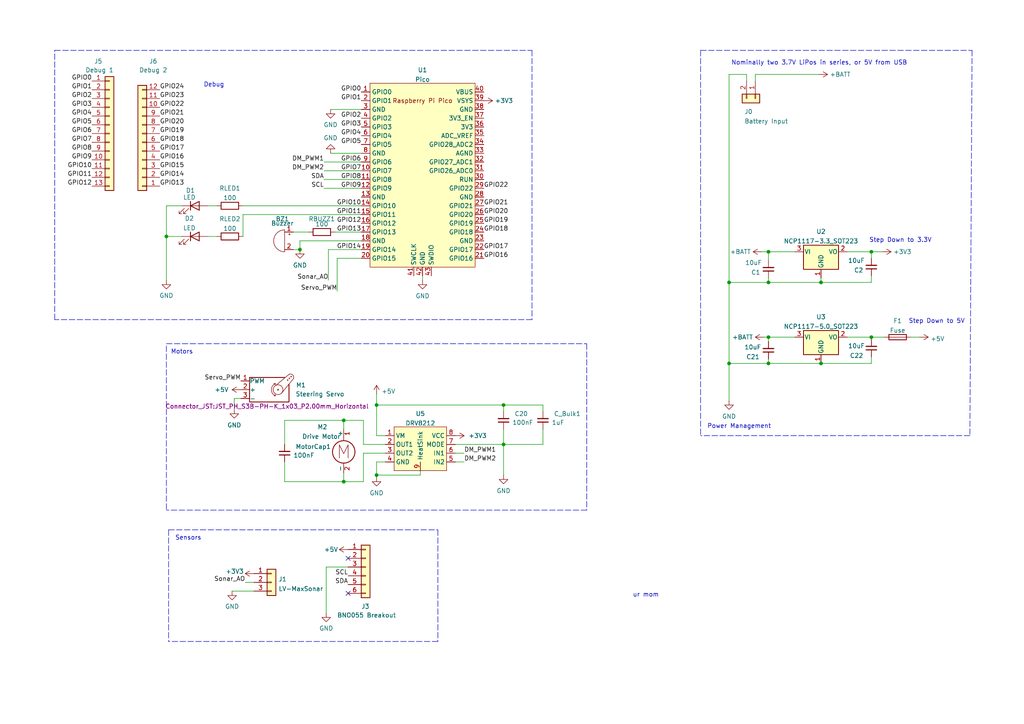
<source format=kicad_sch>
(kicad_sch (version 20211123) (generator eeschema)
  (paper "A4")
  (lib_symbols
    (symbol "Connector_Generic:Conn_01x02" (pin_names (offset 1.016) hide)
      (property "Reference" "J" (at 0 2.54 0))
      (property "Value" "Conn_01x02" (at 0 -5.08 0))
      (symbol "Conn_01x02_1_1"
        (rectangle (start -1.27 -2.413) (end 0 -2.667) (stroke (width 0.1524)))
        (rectangle (start -1.27 0.127) (end 0 -0.127) (stroke (width 0.1524)))
        (rectangle (start -1.27 1.27) (end 1.27 -3.81) (stroke (width 0.254)) (fill (type background)))
        (pin passive line (at -5.08 0 0) (length 3.81) (name "Pin_1") (number "1"))
        (pin passive line (at -5.08 -2.54 0) (length 3.81) (name "Pin_2") (number "2"))
      )
    )
    (symbol "Connector_Generic:Conn_01x03" (pin_names (offset 1.016) hide)
      (property "Reference" "J" (at 0 5.08 0))
      (property "Value" "Conn_01x03" (at 0 -5.08 0))
      (symbol "Conn_01x03_1_1"
        (rectangle (start -1.27 -2.413) (end 0 -2.667) (stroke (width 0.1524)))
        (rectangle (start -1.27 0.127) (end 0 -0.127) (stroke (width 0.1524)))
        (rectangle (start -1.27 2.667) (end 0 2.413) (stroke (width 0.1524)))
        (rectangle (start -1.27 3.81) (end 1.27 -3.81) (stroke (width 0.254)) (fill (type background)))
        (pin passive line (at -5.08 2.54 0) (length 3.81) (name "Pin_1") (number "1"))
        (pin passive line (at -5.08 0 0) (length 3.81) (name "Pin_2") (number "2"))
        (pin passive line (at -5.08 -2.54 0) (length 3.81) (name "Pin_3") (number "3"))
      )
    )
    (symbol "Connector_Generic:Conn_01x06" (pin_names (offset 1.016) hide)
      (property "Reference" "J" (at 0 7.62 0))
      (property "Value" "Conn_01x06" (at 0 -10.16 0))
      (symbol "Conn_01x06_1_1"
        (rectangle (start -1.27 -7.493) (end 0 -7.747) (stroke (width 0.1524)))
        (rectangle (start -1.27 -4.953) (end 0 -5.207) (stroke (width 0.1524)))
        (rectangle (start -1.27 -2.413) (end 0 -2.667) (stroke (width 0.1524)))
        (rectangle (start -1.27 0.127) (end 0 -0.127) (stroke (width 0.1524)))
        (rectangle (start -1.27 2.667) (end 0 2.413) (stroke (width 0.1524)))
        (rectangle (start -1.27 5.207) (end 0 4.953) (stroke (width 0.1524)))
        (rectangle (start -1.27 6.35) (end 1.27 -8.89) (stroke (width 0.254)) (fill (type background)))
        (pin passive line (at -5.08 5.08 0) (length 3.81) (name "Pin_1") (number "1"))
        (pin passive line (at -5.08 2.54 0) (length 3.81) (name "Pin_2") (number "2"))
        (pin passive line (at -5.08 0 0) (length 3.81) (name "Pin_3") (number "3"))
        (pin passive line (at -5.08 -2.54 0) (length 3.81) (name "Pin_4") (number "4"))
        (pin passive line (at -5.08 -5.08 0) (length 3.81) (name "Pin_5") (number "5"))
        (pin passive line (at -5.08 -7.62 0) (length 3.81) (name "Pin_6") (number "6"))
      )
    )
    (symbol "Connector_Generic:Conn_01x12" (pin_names (offset 1.016) hide)
      (property "Reference" "J" (at 0 15.24 0))
      (property "Value" "Conn_01x12" (at 0 -17.78 0))
      (symbol "Conn_01x12_1_1"
        (rectangle (start -1.27 -15.113) (end 0 -15.367) (stroke (width 0.1524)))
        (rectangle (start -1.27 -12.573) (end 0 -12.827) (stroke (width 0.1524)))
        (rectangle (start -1.27 -10.033) (end 0 -10.287) (stroke (width 0.1524)))
        (rectangle (start -1.27 -7.493) (end 0 -7.747) (stroke (width 0.1524)))
        (rectangle (start -1.27 -4.953) (end 0 -5.207) (stroke (width 0.1524)))
        (rectangle (start -1.27 -2.413) (end 0 -2.667) (stroke (width 0.1524)))
        (rectangle (start -1.27 0.127) (end 0 -0.127) (stroke (width 0.1524)))
        (rectangle (start -1.27 2.667) (end 0 2.413) (stroke (width 0.1524)))
        (rectangle (start -1.27 5.207) (end 0 4.953) (stroke (width 0.1524)))
        (rectangle (start -1.27 7.747) (end 0 7.493) (stroke (width 0.1524)))
        (rectangle (start -1.27 10.287) (end 0 10.033) (stroke (width 0.1524)))
        (rectangle (start -1.27 12.827) (end 0 12.573) (stroke (width 0.1524)))
        (rectangle (start -1.27 13.97) (end 1.27 -16.51) (stroke (width 0.254)) (fill (type background)))
        (pin passive line (at -5.08 12.7 0) (length 3.81) (name "Pin_1") (number "1"))
        (pin passive line (at -5.08 -10.16 0) (length 3.81) (name "Pin_10") (number "10"))
        (pin passive line (at -5.08 -12.7 0) (length 3.81) (name "Pin_11") (number "11"))
        (pin passive line (at -5.08 -15.24 0) (length 3.81) (name "Pin_12") (number "12"))
        (pin passive line (at -5.08 10.16 0) (length 3.81) (name "Pin_2") (number "2"))
        (pin passive line (at -5.08 7.62 0) (length 3.81) (name "Pin_3") (number "3"))
        (pin passive line (at -5.08 5.08 0) (length 3.81) (name "Pin_4") (number "4"))
        (pin passive line (at -5.08 2.54 0) (length 3.81) (name "Pin_5") (number "5"))
        (pin passive line (at -5.08 0 0) (length 3.81) (name "Pin_6") (number "6"))
        (pin passive line (at -5.08 -2.54 0) (length 3.81) (name "Pin_7") (number "7"))
        (pin passive line (at -5.08 -5.08 0) (length 3.81) (name "Pin_8") (number "8"))
        (pin passive line (at -5.08 -7.62 0) (length 3.81) (name "Pin_9") (number "9"))
      )
    )
    (symbol "Connector_Generic:Conn_01x13" (pin_names (offset 1.016) hide)
      (property "Reference" "J" (at 0 17.78 0))
      (property "Value" "Conn_01x13" (at 0 -17.78 0))
      (symbol "Conn_01x13_1_1"
        (rectangle (start -1.27 -15.113) (end 0 -15.367) (stroke (width 0.1524)))
        (rectangle (start -1.27 -12.573) (end 0 -12.827) (stroke (width 0.1524)))
        (rectangle (start -1.27 -10.033) (end 0 -10.287) (stroke (width 0.1524)))
        (rectangle (start -1.27 -7.493) (end 0 -7.747) (stroke (width 0.1524)))
        (rectangle (start -1.27 -4.953) (end 0 -5.207) (stroke (width 0.1524)))
        (rectangle (start -1.27 -2.413) (end 0 -2.667) (stroke (width 0.1524)))
        (rectangle (start -1.27 0.127) (end 0 -0.127) (stroke (width 0.1524)))
        (rectangle (start -1.27 2.667) (end 0 2.413) (stroke (width 0.1524)))
        (rectangle (start -1.27 5.207) (end 0 4.953) (stroke (width 0.1524)))
        (rectangle (start -1.27 7.747) (end 0 7.493) (stroke (width 0.1524)))
        (rectangle (start -1.27 10.287) (end 0 10.033) (stroke (width 0.1524)))
        (rectangle (start -1.27 12.827) (end 0 12.573) (stroke (width 0.1524)))
        (rectangle (start -1.27 15.367) (end 0 15.113) (stroke (width 0.1524)))
        (rectangle (start -1.27 16.51) (end 1.27 -16.51) (stroke (width 0.254)) (fill (type background)))
        (pin passive line (at -5.08 15.24 0) (length 3.81) (name "Pin_1") (number "1"))
        (pin passive line (at -5.08 -7.62 0) (length 3.81) (name "Pin_10") (number "10"))
        (pin passive line (at -5.08 -10.16 0) (length 3.81) (name "Pin_11") (number "11"))
        (pin passive line (at -5.08 -12.7 0) (length 3.81) (name "Pin_12") (number "12"))
        (pin passive line (at -5.08 -15.24 0) (length 3.81) (name "Pin_13") (number "13"))
        (pin passive line (at -5.08 12.7 0) (length 3.81) (name "Pin_2") (number "2"))
        (pin passive line (at -5.08 10.16 0) (length 3.81) (name "Pin_3") (number "3"))
        (pin passive line (at -5.08 7.62 0) (length 3.81) (name "Pin_4") (number "4"))
        (pin passive line (at -5.08 5.08 0) (length 3.81) (name "Pin_5") (number "5"))
        (pin passive line (at -5.08 2.54 0) (length 3.81) (name "Pin_6") (number "6"))
        (pin passive line (at -5.08 0 0) (length 3.81) (name "Pin_7") (number "7"))
        (pin passive line (at -5.08 -2.54 0) (length 3.81) (name "Pin_8") (number "8"))
        (pin passive line (at -5.08 -5.08 0) (length 3.81) (name "Pin_9") (number "9"))
      )
    )
    (symbol "Device:Buzzer" (pin_names (offset 0.0254) hide)
      (property "Reference" "BZ" (at 3.81 1.27 0))
      (property "Value" "Buzzer" (at 3.81 -1.27 0))
      (symbol "Buzzer_0_1"
        (arc (start 0 -3.175) (mid 3.175 0) (end 0 3.175))
        (polyline (pts (xy -1.651 1.905) (xy -1.143 1.905)))
        (polyline (pts (xy -1.397 2.159) (xy -1.397 1.651)))
        (polyline (pts (xy 0 3.175) (xy 0 -3.175)))
      )
      (symbol "Buzzer_1_1"
        (pin passive line (at -2.54 2.54 0) (length 2.54) (name "-") (number "1"))
        (pin passive line (at -2.54 -2.54 0) (length 2.54) (name "+") (number "2"))
      )
    )
    (symbol "Device:C_Small" (pin_numbers hide) (pin_names (offset 0.254) hide)
      (property "Reference" "C" (at 0.254 1.778 0))
      (property "Value" "C_Small" (at 0.254 -2.032 0))
      (symbol "C_Small_0_1"
        (polyline (pts (xy -1.524 -0.508) (xy 1.524 -0.508)) (stroke (width 0.3302)))
        (polyline (pts (xy -1.524 0.508) (xy 1.524 0.508)) (stroke (width 0.3048)))
      )
      (symbol "C_Small_1_1"
        (pin passive line (at 0 2.54 270) (length 2.032) (name "~") (number "1"))
        (pin passive line (at 0 -2.54 90) (length 2.032) (name "~") (number "2"))
      )
    )
    (symbol "Device:Fuse" (pin_numbers hide) (pin_names (offset 0))
      (property "Reference" "F" (at 2.032 0 90))
      (property "Value" "Fuse" (at -1.905 0 90))
      (symbol "Fuse_0_1"
        (rectangle (start -0.762 -2.54) (end 0.762 2.54) (stroke (width 0.254)))
        (polyline (pts (xy 0 2.54) (xy 0 -2.54)))
      )
      (symbol "Fuse_1_1"
        (pin passive line (at 0 3.81 270) (length 1.27) (name "~") (number "1"))
        (pin passive line (at 0 -3.81 90) (length 1.27) (name "~") (number "2"))
      )
    )
    (symbol "Device:LED" (pin_numbers hide) (pin_names (offset 1.016) hide)
      (property "Reference" "D" (at 0 2.54 0))
      (property "Value" "LED" (at 0 -2.54 0))
      (symbol "LED_0_1"
        (polyline (pts (xy -1.27 -1.27) (xy -1.27 1.27)) (stroke (width 0.254)))
        (polyline (pts (xy -1.27 0) (xy 1.27 0)))
        (polyline (pts (xy 1.27 -1.27) (xy 1.27 1.27) (xy -1.27 0) (xy 1.27 -1.27)) (stroke (width 0.254)))
        (polyline (pts (xy -3.048 -0.762) (xy -4.572 -2.286) (xy -3.81 -2.286) (xy -4.572 -2.286) (xy -4.572 -1.524)))
        (polyline (pts (xy -1.778 -0.762) (xy -3.302 -2.286) (xy -2.54 -2.286) (xy -3.302 -2.286) (xy -3.302 -1.524)))
      )
      (symbol "LED_1_1"
        (pin passive line (at -3.81 0 0) (length 2.54) (name "K") (number "1"))
        (pin passive line (at 3.81 0 180) (length 2.54) (name "A") (number "2"))
      )
    )
    (symbol "Device:R" (pin_numbers hide) (pin_names (offset 0))
      (property "Reference" "R" (at 2.032 0 90))
      (property "Value" "R" (at 0 0 90))
      (symbol "R_0_1"
        (rectangle (start -1.016 -2.54) (end 1.016 2.54) (stroke (width 0.254)))
      )
      (symbol "R_1_1"
        (pin passive line (at 0 3.81 270) (length 1.27) (name "~") (number "1"))
        (pin passive line (at 0 -3.81 90) (length 1.27) (name "~") (number "2"))
      )
    )
    (symbol "Driver_Motor:DRV8212"
      (property "Reference" "U5" (at 0 12.7295 0))
      (property "Value" "DRV8212" (at 0 9.9544 0))
      (symbol "DRV8212_0_1"
        (rectangle (start -7.62 8.89) (end 7.62 -3.81) (fill (type background)))
      )
      (symbol "DRV8212_1_1"
        (pin input line (at -10.16 6.35 0) (length 2.54) (name "VM") (number "1"))
        (pin output line (at -10.16 3.81 0) (length 2.54) (name "OUT1") (number "2"))
        (pin output line (at -10.16 1.27 0) (length 2.54) (name "OUT2") (number "3"))
        (pin input line (at -10.16 -1.27 0) (length 2.54) (name "GND") (number "4"))
        (pin input line (at 10.16 -1.27 180) (length 2.54) (name "IN2") (number "5"))
        (pin input line (at 10.16 1.27 180) (length 2.54) (name "IN1") (number "6"))
        (pin input line (at 10.16 3.81 180) (length 2.54) (name "MODE") (number "7"))
        (pin input line (at 10.16 6.35 180) (length 2.54) (name "VCC") (number "8"))
        (pin passive line (at 0 -3.81 90) (length 2.54) (name "HeatSink") (number "9"))
      )
    )
    (symbol "MCU_RaspberryPi_and_Boards:Pico"
      (property "Reference" "U" (at -13.97 27.94 0))
      (property "Value" "Pico" (at 0 19.05 0))
      (symbol "Pico_0_0"
        (text "Raspberry Pi Pico" (at 0 21.59 0) (effects (font (size 1.27 1.27))))
      )
      (symbol "Pico_0_1"
        (rectangle (start -15.24 26.67) (end 15.24 -26.67) (fill (type background)))
      )
      (symbol "Pico_1_1"
        (pin bidirectional line (at -17.78 24.13 0) (length 2.54) (name "GPIO0") (number "1"))
        (pin bidirectional line (at -17.78 1.27 0) (length 2.54) (name "GPIO7") (number "10"))
        (pin bidirectional line (at -17.78 -1.27 0) (length 2.54) (name "GPIO8") (number "11"))
        (pin bidirectional line (at -17.78 -3.81 0) (length 2.54) (name "GPIO9") (number "12"))
        (pin power_in line (at -17.78 -6.35 0) (length 2.54) (name "GND") (number "13"))
        (pin bidirectional line (at -17.78 -8.89 0) (length 2.54) (name "GPIO10") (number "14"))
        (pin bidirectional line (at -17.78 -11.43 0) (length 2.54) (name "GPIO11") (number "15"))
        (pin bidirectional line (at -17.78 -13.97 0) (length 2.54) (name "GPIO12") (number "16"))
        (pin bidirectional line (at -17.78 -16.51 0) (length 2.54) (name "GPIO13") (number "17"))
        (pin power_in line (at -17.78 -19.05 0) (length 2.54) (name "GND") (number "18"))
        (pin bidirectional line (at -17.78 -21.59 0) (length 2.54) (name "GPIO14") (number "19"))
        (pin bidirectional line (at -17.78 21.59 0) (length 2.54) (name "GPIO1") (number "2"))
        (pin bidirectional line (at -17.78 -24.13 0) (length 2.54) (name "GPIO15") (number "20"))
        (pin bidirectional line (at 17.78 -24.13 180) (length 2.54) (name "GPIO16") (number "21"))
        (pin bidirectional line (at 17.78 -21.59 180) (length 2.54) (name "GPIO17") (number "22"))
        (pin power_in line (at 17.78 -19.05 180) (length 2.54) (name "GND") (number "23"))
        (pin bidirectional line (at 17.78 -16.51 180) (length 2.54) (name "GPIO18") (number "24"))
        (pin bidirectional line (at 17.78 -13.97 180) (length 2.54) (name "GPIO19") (number "25"))
        (pin bidirectional line (at 17.78 -11.43 180) (length 2.54) (name "GPIO20") (number "26"))
        (pin bidirectional line (at 17.78 -8.89 180) (length 2.54) (name "GPIO21") (number "27"))
        (pin power_in line (at 17.78 -6.35 180) (length 2.54) (name "GND") (number "28"))
        (pin bidirectional line (at 17.78 -3.81 180) (length 2.54) (name "GPIO22") (number "29"))
        (pin power_in line (at -17.78 19.05 0) (length 2.54) (name "GND") (number "3"))
        (pin input line (at 17.78 -1.27 180) (length 2.54) (name "RUN") (number "30"))
        (pin bidirectional line (at 17.78 1.27 180) (length 2.54) (name "GPIO26_ADC0") (number "31"))
        (pin bidirectional line (at 17.78 3.81 180) (length 2.54) (name "GPIO27_ADC1") (number "32"))
        (pin power_in line (at 17.78 6.35 180) (length 2.54) (name "AGND") (number "33"))
        (pin bidirectional line (at 17.78 8.89 180) (length 2.54) (name "GPIO28_ADC2") (number "34"))
        (pin power_in line (at 17.78 11.43 180) (length 2.54) (name "ADC_VREF") (number "35"))
        (pin power_in line (at 17.78 13.97 180) (length 2.54) (name "3V3") (number "36"))
        (pin input line (at 17.78 16.51 180) (length 2.54) (name "3V3_EN") (number "37"))
        (pin bidirectional line (at 17.78 19.05 180) (length 2.54) (name "GND") (number "38"))
        (pin power_in line (at 17.78 21.59 180) (length 2.54) (name "VSYS") (number "39"))
        (pin bidirectional line (at -17.78 16.51 0) (length 2.54) (name "GPIO2") (number "4"))
        (pin power_in line (at 17.78 24.13 180) (length 2.54) (name "VBUS") (number "40"))
        (pin input line (at -2.54 -29.21 90) (length 2.54) (name "SWCLK") (number "41"))
        (pin power_in line (at 0 -29.21 90) (length 2.54) (name "GND") (number "42"))
        (pin bidirectional line (at 2.54 -29.21 90) (length 2.54) (name "SWDIO") (number "43"))
        (pin bidirectional line (at -17.78 13.97 0) (length 2.54) (name "GPIO3") (number "5"))
        (pin bidirectional line (at -17.78 11.43 0) (length 2.54) (name "GPIO4") (number "6"))
        (pin bidirectional line (at -17.78 8.89 0) (length 2.54) (name "GPIO5") (number "7"))
        (pin power_in line (at -17.78 6.35 0) (length 2.54) (name "GND") (number "8"))
        (pin bidirectional line (at -17.78 3.81 0) (length 2.54) (name "GPIO6") (number "9"))
      )
    )
    (symbol "Motor:Motor_DC" (pin_names (offset 0))
      (property "Reference" "M" (at 2.54 2.54 0))
      (property "Value" "Motor_DC" (at 2.54 -5.08 0))
      (symbol "Motor_DC_0_0"
        (polyline (pts (xy -1.27 -3.302) (xy -1.27 0.508) (xy 0 -2.032) (xy 1.27 0.508) (xy 1.27 -3.302)))
      )
      (symbol "Motor_DC_0_1"
        (circle (center 0 -1.524) (radius 3.2512) (stroke (width 0.254)))
        (polyline (pts (xy 0 -7.62) (xy 0 -7.112)))
        (polyline (pts (xy 0 -4.7752) (xy 0 -5.1816)))
        (polyline (pts (xy 0 1.7272) (xy 0 2.0828)))
        (polyline (pts (xy 0 2.032) (xy 0 2.54)))
      )
      (symbol "Motor_DC_1_1"
        (pin passive line (at 0 5.08 270) (length 2.54) (name "+") (number "1"))
        (pin passive line (at 0 -7.62 90) (length 2.54) (name "-") (number "2"))
      )
    )
    (symbol "Motor:Motor_Servo" (pin_names (offset 0.0254))
      (property "Reference" "M" (at -5.08 4.445 0))
      (property "Value" "Motor_Servo" (at -5.08 -4.064 0))
      (symbol "Motor_Servo_0_1"
        (polyline (pts (xy 2.413 -1.778) (xy 2.032 -1.778)))
        (polyline (pts (xy 2.413 -1.778) (xy 2.286 -1.397)))
        (polyline (pts (xy 2.413 1.778) (xy 1.905 1.778)))
        (polyline (pts (xy 2.413 1.778) (xy 2.286 1.397)))
        (polyline (pts (xy 6.35 4.445) (xy 2.54 1.27)))
        (polyline (pts (xy 7.62 3.175) (xy 4.191 -1.016)))
        (polyline (pts (xy 5.08 3.556) (xy -5.08 3.556) (xy -5.08 -3.556) (xy 6.35 -3.556) (xy 6.35 1.524)) (stroke (width 0.254)))
        (arc (start 2.413 1.778) (mid 1.2406 0) (end 2.413 -1.778))
        (circle (center 3.175 0) (radius 0.1778))
        (circle (center 3.175 0) (radius 1.4224))
        (circle (center 5.969 2.794) (radius 0.127))
        (circle (center 6.477 3.302) (radius 0.127))
        (circle (center 6.985 3.81) (radius 0.127))
        (arc (start 7.62 3.175) (mid 7.4485 4.2735) (end 6.35 4.445))
      )
      (symbol "Motor_Servo_1_1"
        (pin passive line (at -7.62 2.54 0) (length 2.54) (name "PWM") (number "1"))
        (pin passive line (at -7.62 0 0) (length 2.54) (name "+") (number "2"))
        (pin passive line (at -7.62 -2.54 0) (length 2.54) (name "-") (number "3"))
      )
    )
    (symbol "Regulator_Linear:NCP1117-3.3_SOT223" (pin_names (offset 0.254))
      (property "Reference" "U" (at -3.81 3.175 0))
      (property "Value" "NCP1117-3.3_SOT223" (at 0 3.175 0))
      (symbol "NCP1117-3.3_SOT223_0_1"
        (rectangle (start -5.08 -5.08) (end 5.08 1.905) (stroke (width 0.254)) (fill (type background)))
      )
      (symbol "NCP1117-3.3_SOT223_1_1"
        (pin power_in line (at 0 -7.62 90) (length 2.54) (name "GND") (number "1"))
        (pin power_out line (at 7.62 0 180) (length 2.54) (name "VO") (number "2"))
        (pin power_in line (at -7.62 0 0) (length 2.54) (name "VI") (number "3"))
      )
    )
    (symbol "Regulator_Linear:NCP1117-5.0_SOT223" (pin_names (offset 0.254))
      (property "Reference" "U" (at -3.81 3.175 0))
      (property "Value" "NCP1117-5.0_SOT223" (at 0 3.175 0))
      (symbol "NCP1117-5.0_SOT223_0_1"
        (rectangle (start -5.08 -5.08) (end 5.08 1.905) (stroke (width 0.254)) (fill (type background)))
      )
      (symbol "NCP1117-5.0_SOT223_1_1"
        (pin power_in line (at 0 -7.62 90) (length 2.54) (name "GND") (number "1"))
        (pin power_out line (at 7.62 0 180) (length 2.54) (name "VO") (number "2"))
        (pin power_in line (at -7.62 0 0) (length 2.54) (name "VI") (number "3"))
      )
    )
    (symbol "power:+3V3" (power) (pin_names (offset 0))
      (property "Value" "+3V3" (at 0 3.556 0))
      (symbol "+3V3_0_1"
        (polyline (pts (xy -0.762 1.27) (xy 0 2.54)))
        (polyline (pts (xy 0 0) (xy 0 2.54)))
        (polyline (pts (xy 0 2.54) (xy 0.762 1.27)))
      )
      (symbol "+3V3_1_1"
        (pin power_in line (at 0 0 90) (length 0) hide (name "+3V3") (number "1"))
      )
    )
    (symbol "power:+5V" (power) (pin_names (offset 0))
      (property "Value" "+5V" (at 0 3.556 0))
      (symbol "+5V_0_1"
        (polyline (pts (xy -0.762 1.27) (xy 0 2.54)))
        (polyline (pts (xy 0 0) (xy 0 2.54)))
        (polyline (pts (xy 0 2.54) (xy 0.762 1.27)))
      )
      (symbol "+5V_1_1"
        (pin power_in line (at 0 0 90) (length 0) hide (name "+5V") (number "1"))
      )
    )
    (symbol "power:+BATT" (power) (pin_names (offset 0))
      (property "Value" "+BATT" (at 0 3.556 0))
      (symbol "+BATT_0_1"
        (polyline (pts (xy -0.762 1.27) (xy 0 2.54)))
        (polyline (pts (xy 0 0) (xy 0 2.54)))
        (polyline (pts (xy 0 2.54) (xy 0.762 1.27)))
      )
      (symbol "+BATT_1_1"
        (pin power_in line (at 0 0 90) (length 0) hide (name "+BATT") (number "1"))
      )
    )
    (symbol "power:GND" (power) (pin_names (offset 0))
      (property "Value" "GND" (at 0 -3.81 0))
      (symbol "GND_0_1"
        (polyline (pts (xy 0 0) (xy 0 -1.27) (xy 1.27 -1.27) (xy 0 -2.54) (xy -1.27 -1.27) (xy 0 -1.27)))
      )
      (symbol "GND_1_1"
        (pin power_in line (at 0 0 270) (length 0) hide (name "GND") (number "1"))
      )
    )
  )
  (junction (at 222.885 73.025))
  (junction (at 252.73 73.025))
  (junction (at 86.995 72.39))
  (junction (at 109.22 117.475))
  (junction (at 99.695 121.92))
  (junction (at 99.695 139.7))
  (junction (at 211.455 105.41))
  (junction (at 211.455 81.915))
  (junction (at 146.05 117.475))
  (junction (at 109.22 137.795))
  (junction (at 238.125 81.915))
  (junction (at 146.05 128.905))
  (junction (at 48.26 68.58))
  (junction (at 222.885 81.915))
  (junction (at 222.885 105.41))
  (junction (at 238.125 105.41))
  (junction (at 222.885 97.79))
  (junction (at 252.73 97.79))
  (no_connect (at 100.965 161.925))
  (no_connect (at 100.965 172.085))
  (wire (pts (xy 95.885 31.75) (xy 104.775 31.75)))
  (wire (pts (xy 216.535 23.495) (xy 216.535 21.59)))
  (wire (pts (xy 70.485 59.69) (xy 104.775 59.69)))
  (polyline (pts (xy 203.2 14.605) (xy 203.2 126.365)))
  (wire (pts (xy 157.48 128.905) (xy 146.05 128.905)))
  (wire (pts (xy 99.695 139.7) (xy 99.695 137.16)))
  (wire (pts (xy 82.55 139.7) (xy 82.55 133.985)))
  (wire (pts (xy 95.25 81.28) (xy 95.25 72.39)))
  (wire (pts (xy 70.485 62.23) (xy 104.775 62.23)))
  (polyline (pts (xy 127 153.67) (xy 127 186.055)))
  (wire (pts (xy 97.155 67.31) (xy 104.775 67.31)))
  (wire (pts (xy 60.325 68.58) (xy 62.865 68.58)))
  (wire (pts (xy 146.05 119.38) (xy 146.05 117.475)))
  (wire (pts (xy 109.22 133.985) (xy 109.22 137.795)))
  (wire (pts (xy 222.885 73.025) (xy 230.505 73.025)))
  (wire (pts (xy 105.41 131.445) (xy 105.41 139.7)))
  (wire (pts (xy 245.745 97.79) (xy 252.73 97.79)))
  (polyline (pts (xy 203.2 14.605) (xy 281.94 14.605)))
  (wire (pts (xy 99.695 121.92) (xy 105.41 121.92)))
  (wire (pts (xy 86.995 69.85) (xy 104.775 69.85)))
  (polyline (pts (xy 154.305 14.605) (xy 154.305 92.71)))
  (wire (pts (xy 211.455 105.41) (xy 222.885 105.41)))
  (wire (pts (xy 146.05 117.475) (xy 109.22 117.475)))
  (wire (pts (xy 94.615 164.465) (xy 94.615 177.8)))
  (wire (pts (xy 94.615 164.465) (xy 100.965 164.465)))
  (wire (pts (xy 219.075 23.495) (xy 219.075 21.59)))
  (wire (pts (xy 105.41 128.905) (xy 105.41 121.92)))
  (wire (pts (xy 222.885 105.41) (xy 238.125 105.41)))
  (wire (pts (xy 95.885 44.45) (xy 104.775 44.45)))
  (wire (pts (xy 252.73 80.01) (xy 252.73 81.915)))
  (wire (pts (xy 109.22 117.475) (xy 109.22 126.365)))
  (wire (pts (xy 220.98 73.025) (xy 222.885 73.025)))
  (wire (pts (xy 111.76 133.985) (xy 109.22 133.985)))
  (wire (pts (xy 221.615 97.79) (xy 222.885 97.79)))
  (polyline (pts (xy 48.26 100.33) (xy 48.26 147.955)))
  (wire (pts (xy 93.98 54.61) (xy 104.775 54.61)))
  (wire (pts (xy 48.26 59.69) (xy 48.26 68.58)))
  (wire (pts (xy 132.08 128.905) (xy 146.05 128.905)))
  (wire (pts (xy 97.79 74.93) (xy 97.79 84.455)))
  (polyline (pts (xy 281.305 126.365) (xy 203.2 126.365)))
  (wire (pts (xy 157.48 124.46) (xy 157.48 128.905)))
  (wire (pts (xy 252.73 97.79) (xy 252.73 98.425)))
  (wire (pts (xy 252.73 73.025) (xy 252.73 74.93)))
  (wire (pts (xy 238.125 80.645) (xy 238.125 81.915)))
  (polyline (pts (xy 48.895 153.67) (xy 48.895 186.055)))
  (wire (pts (xy 93.98 49.53) (xy 104.775 49.53)))
  (wire (pts (xy 109.22 137.795) (xy 109.22 138.43)))
  (wire (pts (xy 157.48 119.38) (xy 157.48 117.475)))
  (wire (pts (xy 132.08 131.445) (xy 134.62 131.445)))
  (wire (pts (xy 69.85 115.57) (xy 67.945 115.57)))
  (wire (pts (xy 48.26 68.58) (xy 52.705 68.58)))
  (wire (pts (xy 222.885 80.645) (xy 222.885 81.915)))
  (wire (pts (xy 109.22 126.365) (xy 111.76 126.365)))
  (wire (pts (xy 82.55 139.7) (xy 99.695 139.7)))
  (wire (pts (xy 105.41 139.7) (xy 99.695 139.7)))
  (wire (pts (xy 132.08 133.985) (xy 134.62 133.985)))
  (wire (pts (xy 252.73 103.505) (xy 252.73 105.41)))
  (wire (pts (xy 230.505 97.79) (xy 222.885 97.79)))
  (wire (pts (xy 85.09 67.31) (xy 89.535 67.31)))
  (wire (pts (xy 109.22 114.3) (xy 109.22 117.475)))
  (wire (pts (xy 211.455 81.915) (xy 211.455 105.41)))
  (wire (pts (xy 238.125 81.915) (xy 252.73 81.915)))
  (wire (pts (xy 252.73 97.79) (xy 256.54 97.79)))
  (wire (pts (xy 70.485 62.23) (xy 70.485 68.58)))
  (wire (pts (xy 211.455 105.41) (xy 211.455 116.205)))
  (wire (pts (xy 122.555 80.01) (xy 122.555 81.28)))
  (wire (pts (xy 121.92 136.525) (xy 121.92 137.795)))
  (wire (pts (xy 146.05 124.46) (xy 146.05 128.905)))
  (wire (pts (xy 222.885 97.79) (xy 222.885 99.06)))
  (wire (pts (xy 222.885 81.915) (xy 238.125 81.915)))
  (wire (pts (xy 216.535 21.59) (xy 211.455 21.59)))
  (polyline (pts (xy 170.18 147.955) (xy 48.26 147.955)))
  (polyline (pts (xy 170.18 99.695) (xy 170.18 147.955)))
  (wire (pts (xy 222.885 104.14) (xy 222.885 105.41)))
  (wire (pts (xy 67.945 115.57) (xy 67.945 118.745)))
  (wire (pts (xy 48.26 68.58) (xy 48.26 81.28)))
  (wire (pts (xy 82.55 121.92) (xy 99.695 121.92)))
  (wire (pts (xy 245.745 73.025) (xy 252.73 73.025)))
  (wire (pts (xy 146.05 128.905) (xy 146.05 137.795)))
  (polyline (pts (xy 154.305 92.71) (xy 15.875 92.71)))
  (wire (pts (xy 85.09 72.39) (xy 86.995 72.39)))
  (polyline (pts (xy 15.875 92.71) (xy 15.875 14.605)))
  (wire (pts (xy 48.26 59.69) (xy 52.705 59.69)))
  (polyline (pts (xy 127 186.055) (xy 48.895 186.055)))
  (wire (pts (xy 252.73 73.025) (xy 255.905 73.025)))
  (wire (pts (xy 111.76 131.445) (xy 105.41 131.445)))
  (wire (pts (xy 121.92 137.795) (xy 109.22 137.795)))
  (polyline (pts (xy 281.94 14.605) (xy 281.305 126.365)))
  (polyline (pts (xy 48.26 99.695) (xy 170.18 99.695)))
  (wire (pts (xy 93.98 46.99) (xy 104.775 46.99)))
  (polyline (pts (xy 15.875 14.605) (xy 154.305 14.605)))
  (wire (pts (xy 157.48 117.475) (xy 146.05 117.475)))
  (wire (pts (xy 238.125 105.41) (xy 252.73 105.41)))
  (wire (pts (xy 67.31 171.45) (xy 73.66 171.45)))
  (wire (pts (xy 264.16 97.79) (xy 266.7 97.79)))
  (wire (pts (xy 211.455 81.915) (xy 222.885 81.915)))
  (wire (pts (xy 82.55 128.905) (xy 82.55 121.92)))
  (wire (pts (xy 60.325 59.69) (xy 62.865 59.69)))
  (polyline (pts (xy 48.895 153.67) (xy 127 153.67)))
  (wire (pts (xy 219.075 21.59) (xy 237.49 21.59)))
  (wire (pts (xy 71.12 168.91) (xy 73.66 168.91)))
  (wire (pts (xy 104.775 72.39) (xy 95.25 72.39)))
  (wire (pts (xy 86.995 72.39) (xy 86.995 69.85)))
  (wire (pts (xy 111.76 128.905) (xy 105.41 128.905)))
  (wire (pts (xy 104.775 74.93) (xy 97.79 74.93)))
  (wire (pts (xy 99.695 121.92) (xy 99.695 124.46)))
  (wire (pts (xy 93.98 52.07) (xy 104.775 52.07)))
  (wire (pts (xy 211.455 21.59) (xy 211.455 81.915)))
  (wire (pts (xy 222.885 73.025) (xy 222.885 75.565)))
  (text "ur mom\n" (at 183.515 173.355 0) (effects (font (size 1.27 1.27)) (justify left bottom)))
  (text "Step Down to 5V\n" (at 263.525 93.98 0) (effects (font (size 1.27 1.27)) (justify left bottom)))
  (text "Motors\n" (at 49.53 102.87 0) (effects (font (size 1.27 1.27)) (justify left bottom)))
  (text "Power Management \n" (at 205.105 124.46 0) (effects (font (size 1.27 1.27)) (justify left bottom)))
  (text "Debug" (at 59.055 25.4 0) (effects (font (size 1.27 1.27)) (justify left bottom)))
  (text "Sensors" (at 50.8 156.845 0) (effects (font (size 1.27 1.27)) (justify left bottom)))
  (text "Nominally two 3.7V LiPos in series, or 5V from USB\n" (at 212.09 19.05 0) (effects (font (size 1.27 1.27)) (justify left bottom)))
  (text "Step Down to 3.3V \n" (at 252.095 70.485 0) (effects (font (size 1.27 1.27)) (justify left bottom)))
  (label "GPIO9" (at 104.775 54.61 180))
  (label "GPIO16" (at 46.355 46.355 0))
  (label "Servo_PWM" (at 97.79 84.455 180))
  (label "DM_PWM2" (at 134.62 133.985 0))
  (label "GPIO17" (at 140.335 72.39 0))
  (label "GPIO13" (at 104.775 67.31 180))
  (label "GPIO22" (at 140.335 54.61 0))
  (label "GPIO16" (at 140.335 74.93 0))
  (label "GPIO3" (at 104.775 36.83 180))
  (label "Servo_PWM" (at 69.85 110.49 180))
  (label "GPIO20" (at 46.355 36.195 0))
  (label "DM_PWM1" (at 134.62 131.445 0))
  (label "GPIO2" (at 104.775 34.29 180))
  (label "GPIO19" (at 46.355 38.735 0))
  (label "GPIO12" (at 26.67 53.975 180))
  (label "GPIO19" (at 140.335 64.77 0))
  (label "GPIO7" (at 26.67 41.275 180))
  (label "Sonar_AO" (at 95.25 81.28 180))
  (label "GPIO5" (at 26.67 36.195 180))
  (label "GPIO9" (at 26.67 46.355 180))
  (label "GPIO5" (at 104.775 41.91 180))
  (label "GPIO11" (at 26.67 51.435 180))
  (label "SCL" (at 100.965 167.005 180))
  (label "Sonar_AO" (at 71.12 168.91 180))
  (label "GPIO14" (at 104.775 72.39 180))
  (label "GPIO21" (at 46.355 33.655 0))
  (label "GPIO24" (at 46.355 26.035 0))
  (label "GPIO15" (at 46.355 48.895 0))
  (label "GPIO1" (at 104.775 29.21 180))
  (label "GPIO17" (at 46.355 43.815 0))
  (label "GPIO20" (at 140.335 62.23 0))
  (label "GPIO12" (at 104.775 64.77 180))
  (label "DM_PWM2" (at 93.98 49.53 180))
  (label "GPIO6" (at 26.67 38.735 180))
  (label "GPIO8" (at 104.775 52.07 180))
  (label "GPIO14" (at 46.355 51.435 0))
  (label "GPIO1" (at 26.67 26.035 180))
  (label "SCL" (at 93.98 54.61 180))
  (label "GPIO22" (at 46.355 31.115 0))
  (label "GPIO18" (at 46.355 41.275 0))
  (label "GPIO4" (at 26.67 33.655 180))
  (label "GPIO11" (at 104.775 62.23 180))
  (label "GPIO13" (at 46.355 53.975 0))
  (label "GPIO10" (at 104.775 59.69 180))
  (label "SDA" (at 100.965 169.545 180))
  (label "DM_PWM1" (at 93.98 46.99 180))
  (label "GPIO4" (at 104.775 39.37 180))
  (label "SDA" (at 93.98 52.07 180))
  (label "GPIO3" (at 26.67 31.115 180))
  (label "GPIO0" (at 104.775 26.67 180))
  (label "GPIO23" (at 46.355 28.575 0))
  (label "GPIO18" (at 140.335 67.31 0))
  (label "GPIO0" (at 26.67 23.495 180))
  (label "GPIO10" (at 26.67 48.895 180))
  (label "GPIO7" (at 104.775 49.53 180))
  (label "GPIO6" (at 104.775 46.99 180))
  (label "GPIO21" (at 140.335 59.69 0))
  (label "GPIO8" (at 26.67 43.815 180))
  (label "GPIO2" (at 26.67 28.575 180))
  (symbol (lib_id "power:GND") (at 94.615 177.8 0) (unit 1)
    (property "Reference" "#PWR0119" (effects hide))
    (property "Value" "GND" (at 94.615 182.245 0))
  )
  (symbol (lib_id "power:+5V") (at 109.22 114.3 0) (unit 1)
    (property "Reference" "#PWR0112" (effects hide))
    (property "Value" "+5V" (at 110.617 113.509 0) (effects (justify left)))
  )
  (symbol (lib_id "Connector_Generic:Conn_01x03") (at 78.74 168.91 0) (unit 1)
    (property "Reference" "J1" (at 80.772 168.0015 0) (effects (justify left)))
    (property "Value" "LV-MaxSonar" (at 80.772 170.7766 0) (effects (justify left)))
    (property "Footprint" "Connector_JST:JST_PH_S3B-PH-K_1x03_P2.00mm_Horizontal" (effects hide))
  )
  (symbol (lib_id "power:GND") (at 86.995 72.39 0) (mirror y) (unit 1)
    (property "Reference" "#PWR0104" (effects hide))
    (property "Value" "GND" (at 86.995 76.9525 0))
  )
  (symbol (lib_id "power:+3V3") (at 255.905 73.025 270) (unit 1)
    (property "Reference" "#PWR0125" (effects hide))
    (property "Value" "+3V3" (at 259.08 73.025 90) (effects (justify left)))
  )
  (symbol (lib_id "Device:Buzzer") (at 82.55 69.85 0) (mirror y) (unit 1)
    (property "Reference" "BZ1" (at 81.915 63.5 0))
    (property "Value" "Buzzer" (at 81.915 64.77 0))
    (property "Footprint" "Connector_PinSocket_2.54mm:PinSocket_1x04_P2.54mm_Vertical" (effects hide))
  )
  (symbol (lib_id "power:+BATT") (at 237.49 21.59 270) (unit 1)
    (property "Reference" "#PWR0126" (effects hide))
    (property "Value" "+BATT" (at 240.665 21.59 90) (effects (justify left)))
  )
  (symbol (lib_id "Connector_Generic:Conn_01x12") (at 41.275 41.275 180) (unit 1)
    (property "Reference" "J6" (at 44.45 17.78 0))
    (property "Value" "Debug 2" (at 44.45 20.32 0))
    (property "Footprint" "Connector_PinHeader_2.54mm:PinHeader_1x12_P2.54mm_Vertical" (effects hide))
  )
  (symbol (lib_id "power:+BATT") (at 221.615 97.79 90) (unit 1)
    (property "Reference" "#PWR0128" (effects hide))
    (property "Value" "+BATT" (at 218.44 97.79 90) (effects (justify left)))
  )
  (symbol (lib_id "Device:R") (at 93.345 67.31 90) (mirror x) (unit 1)
    (property "Reference" "RBUZZ1" (at 93.345 63.5 90))
    (property "Value" "100" (at 93.345 65.0051 90))
    (property "Footprint" "Resistor_SMD:R_0603_1608Metric_Pad0.98x0.95mm_HandSolder" (effects hide))
  )
  (symbol (lib_id "power:GND") (at 95.885 31.75 0) (mirror y) (unit 1)
    (property "Reference" "#PWR0115" (effects hide))
    (property "Value" "GND" (at 95.885 36.195 0))
  )
  (symbol (lib_id "power:GND") (at 211.455 116.205 0) (unit 1)
    (property "Reference" "#PWR0114" (effects hide))
    (property "Value" "GND" (at 211.455 120.7675 0))
  )
  (symbol (lib_id "power:+BATT") (at 220.98 73.025 90) (unit 1)
    (property "Reference" "#PWR0123" (effects hide))
    (property "Value" "+BATT" (at 217.805 73.025 90) (effects (justify left)))
  )
  (symbol (lib_id "Device:C_Small") (at 252.73 77.47 180) (unit 1)
    (property "Reference" "C2" (at 250.4059 78.3722 0) (effects (justify left)))
    (property "Value" "10uF" (at 250.825 75.565 0) (effects (justify left)))
    (property "Footprint" "Capacitor_SMD:C_0603_1608Metric_Pad1.08x0.95mm_HandSolder" (effects hide))
  )
  (symbol (lib_id "Device:C_Small") (at 222.885 78.105 180) (unit 1)
    (property "Reference" "C1" (at 220.5609 79.0072 0) (effects (justify left)))
    (property "Value" "10uF" (at 220.98 76.2 0) (effects (justify left)))
    (property "Footprint" "Capacitor_SMD:C_0603_1608Metric_Pad1.08x0.95mm_HandSolder" (effects hide))
  )
  (symbol (lib_id "power:GND") (at 95.885 44.45 0) (mirror x) (unit 1)
    (property "Reference" "#PWR0103" (effects hide))
    (property "Value" "GND" (at 95.885 40.005 0))
  )
  (symbol (lib_id "Device:LED") (at 56.515 59.69 0) (unit 1)
    (property "Reference" "D1" (at 55.245 55.245 0))
    (property "Value" "LED" (at 54.9275 57.2286 0))
    (property "Footprint" "Diode_SMD:D_0603_1608Metric_Pad1.05x0.95mm_HandSolder" (effects hide))
  )
  (symbol (lib_id "power:+3V3") (at 140.335 29.21 270) (unit 1)
    (property "Reference" "#PWR0102" (effects hide))
    (property "Value" "+3V3" (at 143.51 29.21 90) (effects (justify left)))
  )
  (symbol (lib_id "power:+5V") (at 100.965 159.385 90) (unit 1)
    (property "Reference" "#PWR0122" (effects hide))
    (property "Value" "+5V" (at 93.98 159.385 90) (effects (justify right)))
  )
  (symbol (lib_id "power:+3V3") (at 132.08 126.365 270) (unit 1)
    (property "Reference" "#PWR0108" (effects hide))
    (property "Value" "+3V3" (at 135.89 126.365 90) (effects (justify left)))
  )
  (symbol (lib_id "power:+5V") (at 266.7 97.79 270) (unit 1)
    (property "Reference" "#PWR0121" (effects hide))
    (property "Value" "+5V" (at 269.875 98.269 90) (effects (justify left)))
  )
  (symbol (lib_id "Device:C_Small") (at 146.05 121.92 0) (mirror x) (unit 1)
    (property "Reference" "C20" (at 149.225 120.015 0) (effects (justify left)))
    (property "Value" "100nF" (at 148.59 122.555 0) (effects (justify left)))
    (property "Footprint" "Capacitor_SMD:C_0603_1608Metric_Pad1.08x0.95mm_HandSolder" (effects hide))
  )
  (symbol (lib_id "power:+5V") (at 69.85 113.03 90) (unit 1)
    (property "Reference" "#PWR0110" (effects hide))
    (property "Value" "+5V" (at 62.23 113.03 90) (effects (justify right)))
  )
  (symbol (lib_id "Connector_Generic:Conn_01x06") (at 106.045 164.465 0) (unit 1)
    (property "Reference" "J3" (at 104.775 175.895 0) (effects (justify left)))
    (property "Value" "BNO055 Breakout" (at 97.79 178.435 0) (effects (justify left)))
    (property "Footprint" "Connector_PinSocket_2.54mm:PinSocket_1x06_P2.54mm_Vertical" (effects hide))
  )
  (symbol (lib_id "Device:R") (at 66.675 68.58 90) (mirror x) (unit 1)
    (property "Reference" "RLED2" (at 66.675 63.5 90))
    (property "Value" "100" (at 66.675 66.2751 90))
    (property "Footprint" "Resistor_SMD:R_0603_1608Metric_Pad0.98x0.95mm_HandSolder" (effects hide))
  )
  (symbol (lib_id "Device:C_Small") (at 222.885 101.6 180) (unit 1)
    (property "Reference" "C21" (at 220.345 103.505 0) (effects (justify left)))
    (property "Value" "10uF" (at 220.7641 100.6978 0) (effects (justify left)))
    (property "Footprint" "Capacitor_SMD:C_0603_1608Metric_Pad1.08x0.95mm_HandSolder" (effects hide))
  )
  (symbol (lib_id "power:GND") (at 122.555 81.28 0) (mirror y) (unit 1)
    (property "Reference" "#PWR0101" (effects hide))
    (property "Value" "GND" (at 122.555 85.8425 0))
  )
  (symbol (lib_id "power:GND") (at 48.26 81.28 0) (mirror y) (unit 1)
    (property "Reference" "#PWR0105" (effects hide))
    (property "Value" "GND" (at 48.26 85.725 0))
  )
  (symbol (lib_id "power:GND") (at 67.945 118.745 0) (unit 1)
    (property "Reference" "#PWR0111" (effects hide))
    (property "Value" "GND" (at 67.945 123.3075 0))
  )
  (symbol (lib_id "Device:LED") (at 56.515 68.58 0) (unit 1)
    (property "Reference" "D2" (at 54.9275 63.3435 0))
    (property "Value" "LED" (at 54.9275 66.1186 0))
    (property "Footprint" "Diode_SMD:D_0603_1608Metric_Pad1.05x0.95mm_HandSolder" (effects hide))
  )
  (symbol (lib_id "Device:R") (at 66.675 59.69 90) (mirror x) (unit 1)
    (property "Reference" "RLED1" (at 66.675 54.61 90))
    (property "Value" "100" (at 66.675 57.3851 90))
    (property "Footprint" "Resistor_SMD:R_0603_1608Metric_Pad0.98x0.95mm_HandSolder" (effects hide))
  )
  (symbol (lib_id "Device:C_Small") (at 82.55 131.445 0) (mirror x) (unit 1)
    (property "Reference" "MotorCap1" (at 85.725 129.54 0) (effects (justify left)))
    (property "Value" "100nF" (at 85.09 132.08 0) (effects (justify left)))
    (property "Footprint" "Capacitor_SMD:C_0201_0603Metric_Pad0.64x0.40mm_HandSolder" (effects hide))
  )
  (symbol (lib_id "power:GND") (at 109.22 138.43 0) (unit 1)
    (property "Reference" "#PWR0113" (effects hide))
    (property "Value" "GND" (at 109.22 142.9925 0))
  )
  (symbol (lib_id "Driver_Motor:DRV8212") (at 121.92 132.715 0) (unit 1)
    (property "Reference" "U5" (at 121.92 119.9855 0))
    (property "Value" "DRV8212" (at 121.92 122.7606 0))
    (property "Footprint" "Package_SON:WSON-8-1EP_2x2mm_P0.5mm_EP0.9x1.6mm_ThermalVias" (effects hide))
  )
  (symbol (lib_id "power:GND") (at 146.05 137.795 0) (unit 1)
    (property "Reference" "#PWR0109" (effects hide))
    (property "Value" "GND" (at 146.05 142.3575 0))
  )
  (symbol (lib_id "Motor:Motor_Servo") (at 77.47 113.03 0) (unit 1)
    (property "Reference" "M1" (at 85.8296 111.6881 0) (effects (justify left)))
    (property "Value" "Steering Servo" (at 85.725 114.3 0) (effects (justify left)))
    (property "Footprint" "Connector_JST:JST_PH_S3B-PH-K_1x03_P2.00mm_Horizontal" (at 77.47 117.856 0))
    (property "Datasheet" "http://forums.parallax.com/uploads/attachments/46831/74481.png" (effects hide))
  )
  (symbol (lib_id "power:GND") (at 67.31 171.45 0) (unit 1)
    (property "Reference" "#PWR0118" (effects hide))
    (property "Value" "GND" (at 67.31 175.895 0))
  )
  (symbol (lib_id "Device:Fuse") (at 260.35 97.79 90) (unit 1)
    (property "Reference" "F1" (at 260.35 93.0615 90))
    (property "Value" "Fuse" (at 260.35 95.8366 90))
    (property "Footprint" "GTV Footprints:FUSC6125X279N" (effects hide))
  )
  (symbol (lib_id "MCU_RaspberryPi_and_Boards:Pico") (at 122.555 50.8 0) (unit 1)
    (property "Reference" "U1" (at 122.555 20.2905 0))
    (property "Value" "Pico" (at 122.555 23.0656 0))
    (property "Footprint" "MCU_RaspberryPi_and_Boards:RPi_Pico_SMD_TH" (effects hide))
  )
  (symbol (lib_id "Device:C_Small") (at 252.73 100.965 180) (unit 1)
    (property "Reference" "C22" (at 250.4059 103.1372 0) (effects (justify left)))
    (property "Value" "10uF" (at 250.825 100.33 0) (effects (justify left)))
    (property "Footprint" "Capacitor_SMD:C_0603_1608Metric_Pad1.08x0.95mm_HandSolder" (effects hide))
  )
  (symbol (lib_id "Device:C_Small") (at 157.48 121.92 0) (mirror x) (unit 1)
    (property "Reference" "C_Bulk1" (at 160.655 120.015 0) (effects (justify left)))
    (property "Value" "1uF" (at 160.02 122.555 0) (effects (justify left)))
    (property "Footprint" "Capacitor_SMD:C_0603_1608Metric_Pad1.08x0.95mm_HandSolder" (effects hide))
  )
  (symbol (lib_id "Motor:Motor_DC") (at 99.695 129.54 0) (unit 1)
    (property "Reference" "M2" (at 92.075 123.825 0) (effects (justify left)))
    (property "Value" "Drive Motor" (at 87.63 126.6001 0) (effects (justify left)))
    (property "Footprint" "Connector_JST:JST_PH_S2B-PH-K_1x02_P2.00mm_Horizontal" (effects hide))
  )
  (symbol (lib_id "Regulator_Linear:NCP1117-5.0_SOT223") (at 238.125 97.79 0) (unit 1)
    (property "Reference" "U3" (at 238.125 91.9185 0))
    (property "Value" "NCP1117-5.0_SOT223" (at 238.125 94.6936 0))
    (property "Footprint" "Package_TO_SOT_SMD:SOT-23-5_HandSoldering" (effects hide))
    (property "Datasheet" "http://www.onsemi.com/pub_link/Collateral/NCP1117-D.PDF" (effects hide))
  )
  (symbol (lib_id "Connector_Generic:Conn_01x13") (at 31.75 38.735 0) (unit 1)
    (property "Reference" "J5" (at 27.305 17.78 0) (effects (justify left)))
    (property "Value" "Debug 1" (at 24.765 20.32 0) (effects (justify left)))
    (property "Footprint" "Connector_PinHeader_2.54mm:PinHeader_1x13_P2.54mm_Vertical" (effects hide))
  )
  (symbol (lib_id "Regulator_Linear:NCP1117-3.3_SOT223") (at 238.125 73.025 0) (unit 1)
    (property "Reference" "U2" (at 238.125 67.1535 0))
    (property "Value" "NCP1117-3.3_SOT223" (at 238.125 69.9286 0))
    (property "Footprint" "Package_TO_SOT_SMD:SOT-23-5_HandSoldering" (effects hide))
    (property "Datasheet" "http://www.onsemi.com/pub_link/Collateral/NCP1117-D.PDF" (effects hide))
  )
  (symbol (lib_id "power:+3V3") (at 73.66 166.37 90) (unit 1)
    (property "Reference" "#PWR0120" (effects hide))
    (property "Value" "+3V3" (at 65.405 165.735 90) (effects (justify right)))
  )
  (symbol (lib_id "Connector_Generic:Conn_01x02") (at 219.075 28.575 270) (unit 1)
    (property "Reference" "J0" (at 215.9 32.385 90) (effects (justify left)))
    (property "Value" "Battery Input" (at 215.9 35.1601 90) (effects (justify left)))
    (property "Footprint" "Connector_JST:JST_PH_S2B-PH-K_1x02_P2.00mm_Horizontal" (effects hide))
  )
)
</source>
